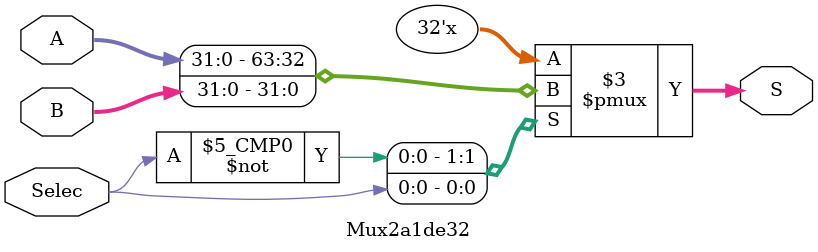
<source format=sv>
module Mux2a1de32(A,B,Selec,S);
    input logic [31:0]   A ;    
    input logic [31:0]   B ;    
    input logic          Selec ;     
  output logic [31:0]  S = 0;
always_comb
    begin
        case (Selec)
            1'd0:  S <= A;
            1'd1:  S <= B;
            default: S <= A;
        endcase             
    end
endmodule

/*
module testbench;
	 logic [31:0]   A ;    
     logic [31:0]   B ;    
     logic          Selec ;     
     logic [31:0]  	S;

  Mux2a1de32 Multi(
    .A(A),
    .B(B),
    .Selec(Selec),
    .S(S));

  initial begin
    $dumpfile("dump.vcd");
    $dumpvars;
    A = 0;
    B = 1;
	Selec = 0;
    repeat (10)
        #5 Selec = ~ Selec;
    
    #150
    $finish;
  end
endmodule*/
</source>
